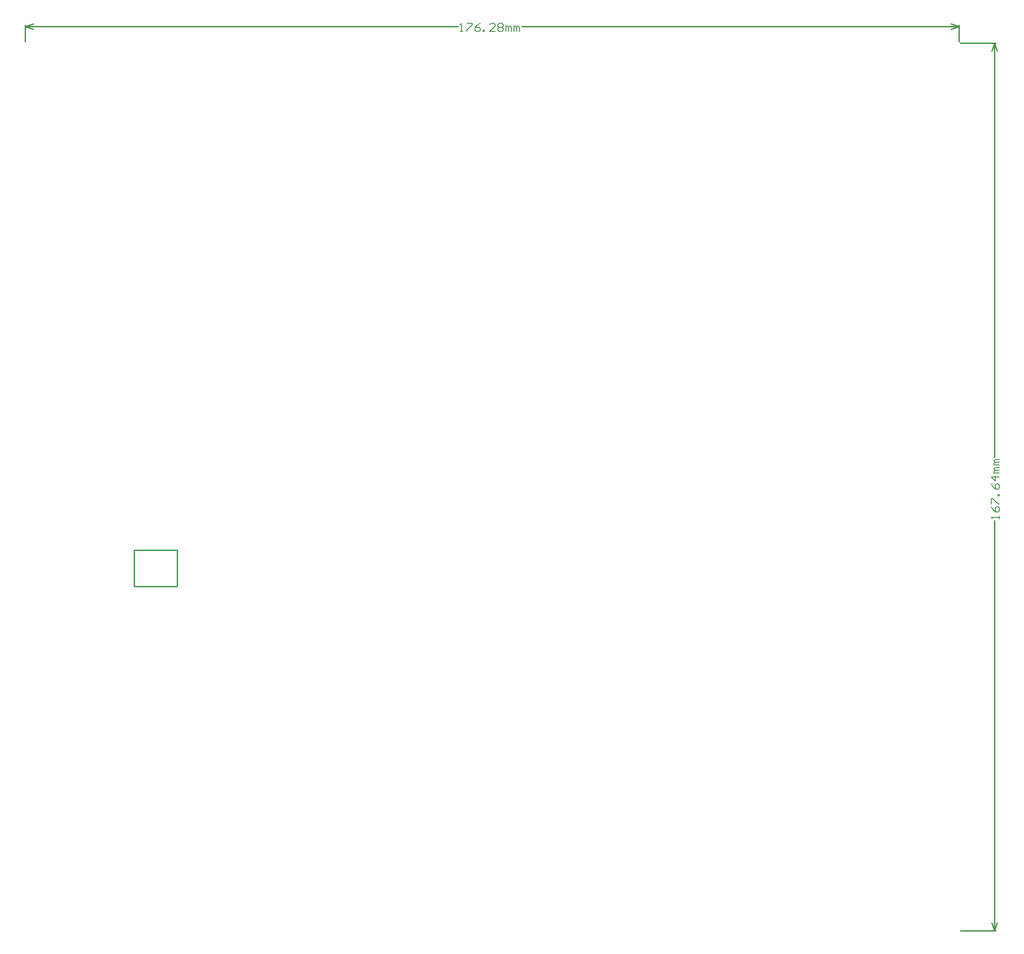
<source format=gbp>
G04*
G04 #@! TF.GenerationSoftware,Altium Limited,Altium Designer,23.2.1 (34)*
G04*
G04 Layer_Color=128*
%FSLAX25Y25*%
%MOIN*%
G70*
G04*
G04 #@! TF.SameCoordinates,342CFCC0-3008-4232-B3F0-62073F027D76*
G04*
G04*
G04 #@! TF.FilePolarity,Positive*
G04*
G01*
G75*
%ADD12C,0.01000*%
%ADD15C,0.00600*%
D12*
X776500D02*
Y304807D01*
Y351993D02*
Y660000D01*
X751000Y0D02*
X777500D01*
X751000Y660000D02*
X777500D01*
X776500Y0D02*
X778500Y6000D01*
X774500D02*
X776500Y0D01*
X774500Y654000D02*
X776500Y660000D01*
X778500Y654000D01*
X750000Y661000D02*
Y673300D01*
X56000Y661000D02*
Y673300D01*
X424993Y672300D02*
X750000D01*
X56000D02*
X377807D01*
X744000Y674300D02*
X750000Y672300D01*
X744000Y670300D02*
X750000Y672300D01*
X56000D02*
X62000Y670300D01*
X56000Y672300D02*
X62000Y674300D01*
X168897Y283060D02*
X168992Y255894D01*
X137008Y282948D02*
X137103Y255783D01*
X137008Y282948D02*
X168897Y283060D01*
X137103Y255783D02*
X168992Y255894D01*
D15*
X780099Y306407D02*
Y308406D01*
Y307407D01*
X774101D01*
X775101Y306407D01*
X774101Y315404D02*
X775101Y313405D01*
X777100Y311405D01*
X779099D01*
X780099Y312405D01*
Y314405D01*
X779099Y315404D01*
X778100D01*
X777100Y314405D01*
Y311405D01*
X774101Y317404D02*
Y321402D01*
X775101D01*
X779099Y317404D01*
X780099D01*
Y323402D02*
X779099D01*
Y324401D01*
X780099D01*
Y323402D01*
X774101Y332399D02*
X775101Y330399D01*
X777100Y328400D01*
X779099D01*
X780099Y329400D01*
Y331399D01*
X779099Y332399D01*
X778100D01*
X777100Y331399D01*
Y328400D01*
X780099Y337397D02*
X774101D01*
X777100Y334398D01*
Y338397D01*
X780099Y340396D02*
X776100D01*
Y341396D01*
X777100Y342395D01*
X780099D01*
X777100D01*
X776100Y343395D01*
X777100Y344395D01*
X780099D01*
Y346394D02*
X776100D01*
Y347394D01*
X777100Y348394D01*
X780099D01*
X777100D01*
X776100Y349393D01*
X777100Y350393D01*
X780099D01*
X379407Y668701D02*
X381406D01*
X380407D01*
Y674699D01*
X379407Y673699D01*
X384405Y674699D02*
X388404D01*
Y673699D01*
X384405Y669701D01*
Y668701D01*
X394402Y674699D02*
X392403Y673699D01*
X390404Y671700D01*
Y669701D01*
X391403Y668701D01*
X393403D01*
X394402Y669701D01*
Y670700D01*
X393403Y671700D01*
X390404D01*
X396402Y668701D02*
Y669701D01*
X397401D01*
Y668701D01*
X396402D01*
X405399D02*
X401400D01*
X405399Y672700D01*
Y673699D01*
X404399Y674699D01*
X402400D01*
X401400Y673699D01*
X407398D02*
X408398Y674699D01*
X410397D01*
X411397Y673699D01*
Y672700D01*
X410397Y671700D01*
X411397Y670700D01*
Y669701D01*
X410397Y668701D01*
X408398D01*
X407398Y669701D01*
Y670700D01*
X408398Y671700D01*
X407398Y672700D01*
Y673699D01*
X408398Y671700D02*
X410397D01*
X413396Y668701D02*
Y672700D01*
X414396D01*
X415395Y671700D01*
Y668701D01*
Y671700D01*
X416395Y672700D01*
X417395Y671700D01*
Y668701D01*
X419394D02*
Y672700D01*
X420394D01*
X421393Y671700D01*
Y668701D01*
Y671700D01*
X422393Y672700D01*
X423393Y671700D01*
Y668701D01*
M02*

</source>
